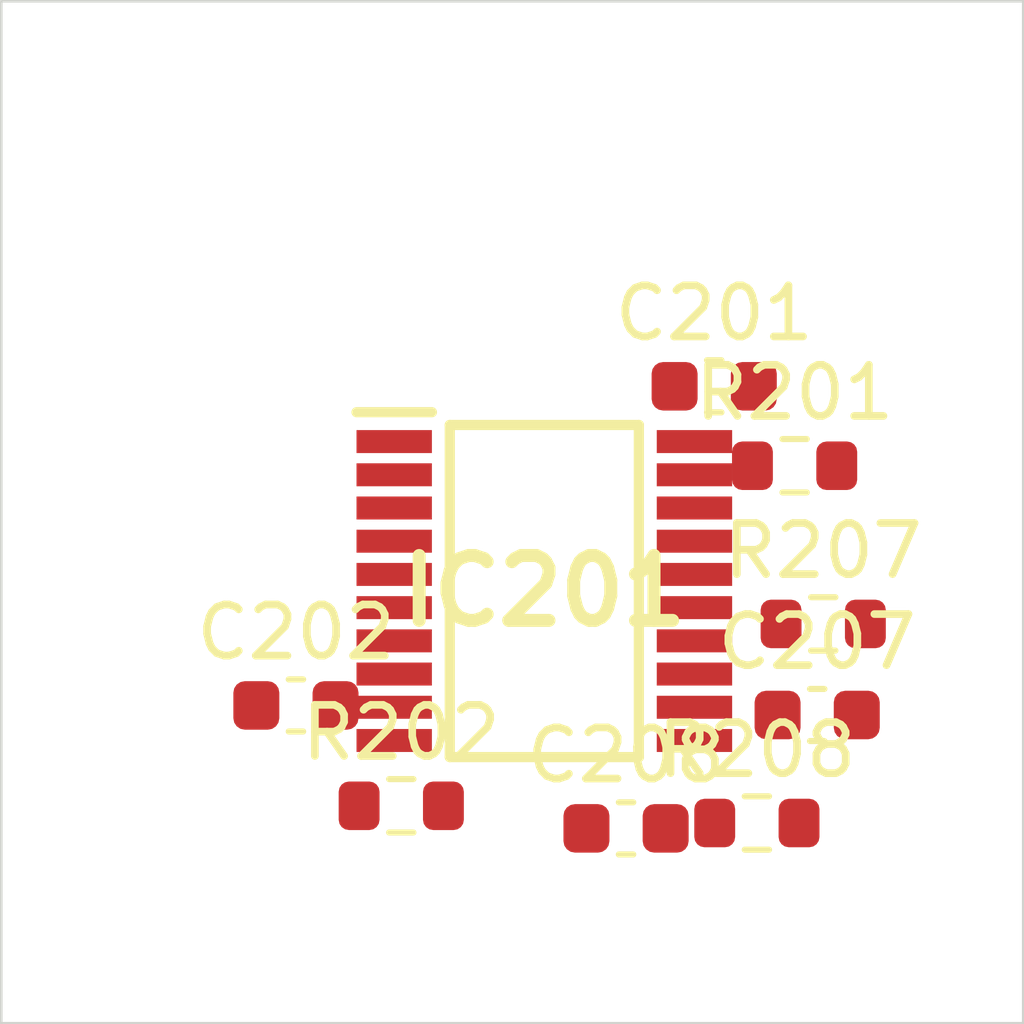
<source format=kicad_pcb>
 ( kicad_pcb  ( version 20171130 )
 ( host pcbnew 5.1.12-84ad8e8a86~92~ubuntu18.04.1 )
 ( general  ( thickness 1.6 )
 ( drawings 4 )
 ( tracks 0 )
 ( zones 0 )
 ( modules 9 )
 ( nets 19 )
)
 ( page A4 )
 ( layers  ( 0 F.Cu signal )
 ( 31 B.Cu signal )
 ( 32 B.Adhes user )
 ( 33 F.Adhes user )
 ( 34 B.Paste user )
 ( 35 F.Paste user )
 ( 36 B.SilkS user )
 ( 37 F.SilkS user )
 ( 38 B.Mask user )
 ( 39 F.Mask user )
 ( 40 Dwgs.User user )
 ( 41 Cmts.User user )
 ( 42 Eco1.User user )
 ( 43 Eco2.User user )
 ( 44 Edge.Cuts user )
 ( 45 Margin user )
 ( 46 B.CrtYd user )
 ( 47 F.CrtYd user )
 ( 48 B.Fab user )
 ( 49 F.Fab user )
)
 ( setup  ( last_trace_width 0.25 )
 ( trace_clearance 0.2 )
 ( zone_clearance 0.508 )
 ( zone_45_only no )
 ( trace_min 0.2 )
 ( via_size 0.8 )
 ( via_drill 0.4 )
 ( via_min_size 0.4 )
 ( via_min_drill 0.3 )
 ( uvia_size 0.3 )
 ( uvia_drill 0.1 )
 ( uvias_allowed no )
 ( uvia_min_size 0.2 )
 ( uvia_min_drill 0.1 )
 ( edge_width 0.05 )
 ( segment_width 0.2 )
 ( pcb_text_width 0.3 )
 ( pcb_text_size 1.5 1.5 )
 ( mod_edge_width 0.12 )
 ( mod_text_size 1 1 )
 ( mod_text_width 0.15 )
 ( pad_size 1.524 1.524 )
 ( pad_drill 0.762 )
 ( pad_to_mask_clearance 0 )
 ( aux_axis_origin 0 0 )
 ( visible_elements FFFFFF7F )
 ( pcbplotparams  ( layerselection 0x010fc_ffffffff )
 ( usegerberextensions false )
 ( usegerberattributes true )
 ( usegerberadvancedattributes true )
 ( creategerberjobfile true )
 ( excludeedgelayer true )
 ( linewidth 0.100000 )
 ( plotframeref false )
 ( viasonmask false )
 ( mode 1 )
 ( useauxorigin false )
 ( hpglpennumber 1 )
 ( hpglpenspeed 20 )
 ( hpglpendiameter 15.000000 )
 ( psnegative false )
 ( psa4output false )
 ( plotreference true )
 ( plotvalue true )
 ( plotinvisibletext false )
 ( padsonsilk false )
 ( subtractmaskfromsilk false )
 ( outputformat 1 )
 ( mirror false )
 ( drillshape 1 )
 ( scaleselection 1 )
 ( outputdirectory "" )
)
)
 ( net 0 "" )
 ( net 1 GND )
 ( net 2 /Sheet6235D886/ch0 )
 ( net 3 /Sheet6235D886/ch1 )
 ( net 4 /Sheet6235D886/ch2 )
 ( net 5 /Sheet6235D886/ch3 )
 ( net 6 /Sheet6235D886/ch4 )
 ( net 7 /Sheet6235D886/ch5 )
 ( net 8 /Sheet6235D886/ch6 )
 ( net 9 /Sheet6235D886/ch7 )
 ( net 10 VDD )
 ( net 11 VDDA )
 ( net 12 /Sheet6235D886/adc_csn )
 ( net 13 /Sheet6235D886/adc_sck )
 ( net 14 /Sheet6235D886/adc_sdi )
 ( net 15 /Sheet6235D886/adc_sdo )
 ( net 16 /Sheet6235D886/vp )
 ( net 17 /Sheet6248AD22/chn0 )
 ( net 18 /Sheet6248AD22/chn3 )
 ( net_class Default "This is the default net class."  ( clearance 0.2 )
 ( trace_width 0.25 )
 ( via_dia 0.8 )
 ( via_drill 0.4 )
 ( uvia_dia 0.3 )
 ( uvia_drill 0.1 )
 ( add_net /Sheet6235D886/adc_csn )
 ( add_net /Sheet6235D886/adc_sck )
 ( add_net /Sheet6235D886/adc_sdi )
 ( add_net /Sheet6235D886/adc_sdo )
 ( add_net /Sheet6235D886/ch0 )
 ( add_net /Sheet6235D886/ch1 )
 ( add_net /Sheet6235D886/ch2 )
 ( add_net /Sheet6235D886/ch3 )
 ( add_net /Sheet6235D886/ch4 )
 ( add_net /Sheet6235D886/ch5 )
 ( add_net /Sheet6235D886/ch6 )
 ( add_net /Sheet6235D886/ch7 )
 ( add_net /Sheet6235D886/vp )
 ( add_net /Sheet6248AD22/chn0 )
 ( add_net /Sheet6248AD22/chn3 )
 ( add_net GND )
 ( add_net VDD )
 ( add_net VDDA )
)
 ( module Capacitor_SMD:C_0603_1608Metric  ( layer F.Cu )
 ( tedit 5F68FEEE )
 ( tstamp 6234222D )
 ( at 93.952700 107.535000 )
 ( descr "Capacitor SMD 0603 (1608 Metric), square (rectangular) end terminal, IPC_7351 nominal, (Body size source: IPC-SM-782 page 76, https://www.pcb-3d.com/wordpress/wp-content/uploads/ipc-sm-782a_amendment_1_and_2.pdf), generated with kicad-footprint-generator" )
 ( tags capacitor )
 ( path /6235D887/623691C5 )
 ( attr smd )
 ( fp_text reference C201  ( at 0 -1.43 )
 ( layer F.SilkS )
 ( effects  ( font  ( size 1 1 )
 ( thickness 0.15 )
)
)
)
 ( fp_text value 0.1uF  ( at 0 1.43 )
 ( layer F.Fab )
 ( effects  ( font  ( size 1 1 )
 ( thickness 0.15 )
)
)
)
 ( fp_line  ( start -0.8 0.4 )
 ( end -0.8 -0.4 )
 ( layer F.Fab )
 ( width 0.1 )
)
 ( fp_line  ( start -0.8 -0.4 )
 ( end 0.8 -0.4 )
 ( layer F.Fab )
 ( width 0.1 )
)
 ( fp_line  ( start 0.8 -0.4 )
 ( end 0.8 0.4 )
 ( layer F.Fab )
 ( width 0.1 )
)
 ( fp_line  ( start 0.8 0.4 )
 ( end -0.8 0.4 )
 ( layer F.Fab )
 ( width 0.1 )
)
 ( fp_line  ( start -0.14058 -0.51 )
 ( end 0.14058 -0.51 )
 ( layer F.SilkS )
 ( width 0.12 )
)
 ( fp_line  ( start -0.14058 0.51 )
 ( end 0.14058 0.51 )
 ( layer F.SilkS )
 ( width 0.12 )
)
 ( fp_line  ( start -1.48 0.73 )
 ( end -1.48 -0.73 )
 ( layer F.CrtYd )
 ( width 0.05 )
)
 ( fp_line  ( start -1.48 -0.73 )
 ( end 1.48 -0.73 )
 ( layer F.CrtYd )
 ( width 0.05 )
)
 ( fp_line  ( start 1.48 -0.73 )
 ( end 1.48 0.73 )
 ( layer F.CrtYd )
 ( width 0.05 )
)
 ( fp_line  ( start 1.48 0.73 )
 ( end -1.48 0.73 )
 ( layer F.CrtYd )
 ( width 0.05 )
)
 ( fp_text user %R  ( at 0 0 )
 ( layer F.Fab )
 ( effects  ( font  ( size 0.4 0.4 )
 ( thickness 0.06 )
)
)
)
 ( pad 2 smd roundrect  ( at 0.775 0 )
 ( size 0.9 0.95 )
 ( layers F.Cu F.Mask F.Paste )
 ( roundrect_rratio 0.25 )
 ( net 1 GND )
)
 ( pad 1 smd roundrect  ( at -0.775 0 )
 ( size 0.9 0.95 )
 ( layers F.Cu F.Mask F.Paste )
 ( roundrect_rratio 0.25 )
 ( net 2 /Sheet6235D886/ch0 )
)
 ( model ${KISYS3DMOD}/Capacitor_SMD.3dshapes/C_0603_1608Metric.wrl  ( at  ( xyz 0 0 0 )
)
 ( scale  ( xyz 1 1 1 )
)
 ( rotate  ( xyz 0 0 0 )
)
)
)
 ( module Capacitor_SMD:C_0603_1608Metric  ( layer F.Cu )
 ( tedit 5F68FEEE )
 ( tstamp 6234223E )
 ( at 85.766900 113.781000 )
 ( descr "Capacitor SMD 0603 (1608 Metric), square (rectangular) end terminal, IPC_7351 nominal, (Body size source: IPC-SM-782 page 76, https://www.pcb-3d.com/wordpress/wp-content/uploads/ipc-sm-782a_amendment_1_and_2.pdf), generated with kicad-footprint-generator" )
 ( tags capacitor )
 ( path /6235D887/62369EE0 )
 ( attr smd )
 ( fp_text reference C202  ( at 0 -1.43 )
 ( layer F.SilkS )
 ( effects  ( font  ( size 1 1 )
 ( thickness 0.15 )
)
)
)
 ( fp_text value 0.1uF  ( at 0 1.43 )
 ( layer F.Fab )
 ( effects  ( font  ( size 1 1 )
 ( thickness 0.15 )
)
)
)
 ( fp_line  ( start 1.48 0.73 )
 ( end -1.48 0.73 )
 ( layer F.CrtYd )
 ( width 0.05 )
)
 ( fp_line  ( start 1.48 -0.73 )
 ( end 1.48 0.73 )
 ( layer F.CrtYd )
 ( width 0.05 )
)
 ( fp_line  ( start -1.48 -0.73 )
 ( end 1.48 -0.73 )
 ( layer F.CrtYd )
 ( width 0.05 )
)
 ( fp_line  ( start -1.48 0.73 )
 ( end -1.48 -0.73 )
 ( layer F.CrtYd )
 ( width 0.05 )
)
 ( fp_line  ( start -0.14058 0.51 )
 ( end 0.14058 0.51 )
 ( layer F.SilkS )
 ( width 0.12 )
)
 ( fp_line  ( start -0.14058 -0.51 )
 ( end 0.14058 -0.51 )
 ( layer F.SilkS )
 ( width 0.12 )
)
 ( fp_line  ( start 0.8 0.4 )
 ( end -0.8 0.4 )
 ( layer F.Fab )
 ( width 0.1 )
)
 ( fp_line  ( start 0.8 -0.4 )
 ( end 0.8 0.4 )
 ( layer F.Fab )
 ( width 0.1 )
)
 ( fp_line  ( start -0.8 -0.4 )
 ( end 0.8 -0.4 )
 ( layer F.Fab )
 ( width 0.1 )
)
 ( fp_line  ( start -0.8 0.4 )
 ( end -0.8 -0.4 )
 ( layer F.Fab )
 ( width 0.1 )
)
 ( fp_text user %R  ( at 0 0 )
 ( layer F.Fab )
 ( effects  ( font  ( size 0.4 0.4 )
 ( thickness 0.06 )
)
)
)
 ( pad 1 smd roundrect  ( at -0.775 0 )
 ( size 0.9 0.95 )
 ( layers F.Cu F.Mask F.Paste )
 ( roundrect_rratio 0.25 )
 ( net 1 GND )
)
 ( pad 2 smd roundrect  ( at 0.775 0 )
 ( size 0.9 0.95 )
 ( layers F.Cu F.Mask F.Paste )
 ( roundrect_rratio 0.25 )
 ( net 3 /Sheet6235D886/ch1 )
)
 ( model ${KISYS3DMOD}/Capacitor_SMD.3dshapes/C_0603_1608Metric.wrl  ( at  ( xyz 0 0 0 )
)
 ( scale  ( xyz 1 1 1 )
)
 ( rotate  ( xyz 0 0 0 )
)
)
)
 ( module Capacitor_SMD:C_0603_1608Metric  ( layer F.Cu )
 ( tedit 5F68FEEE )
 ( tstamp 62342293 )
 ( at 95.967800 113.968000 )
 ( descr "Capacitor SMD 0603 (1608 Metric), square (rectangular) end terminal, IPC_7351 nominal, (Body size source: IPC-SM-782 page 76, https://www.pcb-3d.com/wordpress/wp-content/uploads/ipc-sm-782a_amendment_1_and_2.pdf), generated with kicad-footprint-generator" )
 ( tags capacitor )
 ( path /6235D887/6238B3FE )
 ( attr smd )
 ( fp_text reference C207  ( at 0 -1.43 )
 ( layer F.SilkS )
 ( effects  ( font  ( size 1 1 )
 ( thickness 0.15 )
)
)
)
 ( fp_text value 0.1uF  ( at 0 1.43 )
 ( layer F.Fab )
 ( effects  ( font  ( size 1 1 )
 ( thickness 0.15 )
)
)
)
 ( fp_line  ( start -0.8 0.4 )
 ( end -0.8 -0.4 )
 ( layer F.Fab )
 ( width 0.1 )
)
 ( fp_line  ( start -0.8 -0.4 )
 ( end 0.8 -0.4 )
 ( layer F.Fab )
 ( width 0.1 )
)
 ( fp_line  ( start 0.8 -0.4 )
 ( end 0.8 0.4 )
 ( layer F.Fab )
 ( width 0.1 )
)
 ( fp_line  ( start 0.8 0.4 )
 ( end -0.8 0.4 )
 ( layer F.Fab )
 ( width 0.1 )
)
 ( fp_line  ( start -0.14058 -0.51 )
 ( end 0.14058 -0.51 )
 ( layer F.SilkS )
 ( width 0.12 )
)
 ( fp_line  ( start -0.14058 0.51 )
 ( end 0.14058 0.51 )
 ( layer F.SilkS )
 ( width 0.12 )
)
 ( fp_line  ( start -1.48 0.73 )
 ( end -1.48 -0.73 )
 ( layer F.CrtYd )
 ( width 0.05 )
)
 ( fp_line  ( start -1.48 -0.73 )
 ( end 1.48 -0.73 )
 ( layer F.CrtYd )
 ( width 0.05 )
)
 ( fp_line  ( start 1.48 -0.73 )
 ( end 1.48 0.73 )
 ( layer F.CrtYd )
 ( width 0.05 )
)
 ( fp_line  ( start 1.48 0.73 )
 ( end -1.48 0.73 )
 ( layer F.CrtYd )
 ( width 0.05 )
)
 ( fp_text user %R  ( at 0 0 )
 ( layer F.Fab )
 ( effects  ( font  ( size 0.4 0.4 )
 ( thickness 0.06 )
)
)
)
 ( pad 2 smd roundrect  ( at 0.775 0 )
 ( size 0.9 0.95 )
 ( layers F.Cu F.Mask F.Paste )
 ( roundrect_rratio 0.25 )
 ( net 1 GND )
)
 ( pad 1 smd roundrect  ( at -0.775 0 )
 ( size 0.9 0.95 )
 ( layers F.Cu F.Mask F.Paste )
 ( roundrect_rratio 0.25 )
 ( net 8 /Sheet6235D886/ch6 )
)
 ( model ${KISYS3DMOD}/Capacitor_SMD.3dshapes/C_0603_1608Metric.wrl  ( at  ( xyz 0 0 0 )
)
 ( scale  ( xyz 1 1 1 )
)
 ( rotate  ( xyz 0 0 0 )
)
)
)
 ( module Capacitor_SMD:C_0603_1608Metric  ( layer F.Cu )
 ( tedit 5F68FEEE )
 ( tstamp 623422A4 )
 ( at 92.227400 116.187000 )
 ( descr "Capacitor SMD 0603 (1608 Metric), square (rectangular) end terminal, IPC_7351 nominal, (Body size source: IPC-SM-782 page 76, https://www.pcb-3d.com/wordpress/wp-content/uploads/ipc-sm-782a_amendment_1_and_2.pdf), generated with kicad-footprint-generator" )
 ( tags capacitor )
 ( path /6235D887/6238B404 )
 ( attr smd )
 ( fp_text reference C208  ( at 0 -1.43 )
 ( layer F.SilkS )
 ( effects  ( font  ( size 1 1 )
 ( thickness 0.15 )
)
)
)
 ( fp_text value 0.1uF  ( at 0 1.43 )
 ( layer F.Fab )
 ( effects  ( font  ( size 1 1 )
 ( thickness 0.15 )
)
)
)
 ( fp_line  ( start 1.48 0.73 )
 ( end -1.48 0.73 )
 ( layer F.CrtYd )
 ( width 0.05 )
)
 ( fp_line  ( start 1.48 -0.73 )
 ( end 1.48 0.73 )
 ( layer F.CrtYd )
 ( width 0.05 )
)
 ( fp_line  ( start -1.48 -0.73 )
 ( end 1.48 -0.73 )
 ( layer F.CrtYd )
 ( width 0.05 )
)
 ( fp_line  ( start -1.48 0.73 )
 ( end -1.48 -0.73 )
 ( layer F.CrtYd )
 ( width 0.05 )
)
 ( fp_line  ( start -0.14058 0.51 )
 ( end 0.14058 0.51 )
 ( layer F.SilkS )
 ( width 0.12 )
)
 ( fp_line  ( start -0.14058 -0.51 )
 ( end 0.14058 -0.51 )
 ( layer F.SilkS )
 ( width 0.12 )
)
 ( fp_line  ( start 0.8 0.4 )
 ( end -0.8 0.4 )
 ( layer F.Fab )
 ( width 0.1 )
)
 ( fp_line  ( start 0.8 -0.4 )
 ( end 0.8 0.4 )
 ( layer F.Fab )
 ( width 0.1 )
)
 ( fp_line  ( start -0.8 -0.4 )
 ( end 0.8 -0.4 )
 ( layer F.Fab )
 ( width 0.1 )
)
 ( fp_line  ( start -0.8 0.4 )
 ( end -0.8 -0.4 )
 ( layer F.Fab )
 ( width 0.1 )
)
 ( fp_text user %R  ( at 0 0 )
 ( layer F.Fab )
 ( effects  ( font  ( size 0.4 0.4 )
 ( thickness 0.06 )
)
)
)
 ( pad 1 smd roundrect  ( at -0.775 0 )
 ( size 0.9 0.95 )
 ( layers F.Cu F.Mask F.Paste )
 ( roundrect_rratio 0.25 )
 ( net 1 GND )
)
 ( pad 2 smd roundrect  ( at 0.775 0 )
 ( size 0.9 0.95 )
 ( layers F.Cu F.Mask F.Paste )
 ( roundrect_rratio 0.25 )
 ( net 9 /Sheet6235D886/ch7 )
)
 ( model ${KISYS3DMOD}/Capacitor_SMD.3dshapes/C_0603_1608Metric.wrl  ( at  ( xyz 0 0 0 )
)
 ( scale  ( xyz 1 1 1 )
)
 ( rotate  ( xyz 0 0 0 )
)
)
)
 ( module MCP3564R-E_ST:SOP65P640X120-20N locked  ( layer F.Cu )
 ( tedit 623351C2 )
 ( tstamp 623423D6 )
 ( at 90.628000 111.542000 )
 ( descr "20-Lead Plastic Thin Shrink Small Outline (ST) - 4.4mm body [TSSOP]" )
 ( tags "Integrated Circuit" )
 ( path /6235D887/6235E071 )
 ( attr smd )
 ( fp_text reference IC201  ( at 0 0 )
 ( layer F.SilkS )
 ( effects  ( font  ( size 1.27 1.27 )
 ( thickness 0.254 )
)
)
)
 ( fp_text value MCP3564R-E_ST  ( at 0 0 )
 ( layer F.SilkS )
hide  ( effects  ( font  ( size 1.27 1.27 )
 ( thickness 0.254 )
)
)
)
 ( fp_line  ( start -3.925 -3.55 )
 ( end 3.925 -3.55 )
 ( layer Dwgs.User )
 ( width 0.05 )
)
 ( fp_line  ( start 3.925 -3.55 )
 ( end 3.925 3.55 )
 ( layer Dwgs.User )
 ( width 0.05 )
)
 ( fp_line  ( start 3.925 3.55 )
 ( end -3.925 3.55 )
 ( layer Dwgs.User )
 ( width 0.05 )
)
 ( fp_line  ( start -3.925 3.55 )
 ( end -3.925 -3.55 )
 ( layer Dwgs.User )
 ( width 0.05 )
)
 ( fp_line  ( start -2.2 -3.25 )
 ( end 2.2 -3.25 )
 ( layer Dwgs.User )
 ( width 0.1 )
)
 ( fp_line  ( start 2.2 -3.25 )
 ( end 2.2 3.25 )
 ( layer Dwgs.User )
 ( width 0.1 )
)
 ( fp_line  ( start 2.2 3.25 )
 ( end -2.2 3.25 )
 ( layer Dwgs.User )
 ( width 0.1 )
)
 ( fp_line  ( start -2.2 3.25 )
 ( end -2.2 -3.25 )
 ( layer Dwgs.User )
 ( width 0.1 )
)
 ( fp_line  ( start -2.2 -2.6 )
 ( end -1.55 -3.25 )
 ( layer Dwgs.User )
 ( width 0.1 )
)
 ( fp_line  ( start -1.85 -3.25 )
 ( end 1.85 -3.25 )
 ( layer F.SilkS )
 ( width 0.2 )
)
 ( fp_line  ( start 1.85 -3.25 )
 ( end 1.85 3.25 )
 ( layer F.SilkS )
 ( width 0.2 )
)
 ( fp_line  ( start 1.85 3.25 )
 ( end -1.85 3.25 )
 ( layer F.SilkS )
 ( width 0.2 )
)
 ( fp_line  ( start -1.85 3.25 )
 ( end -1.85 -3.25 )
 ( layer F.SilkS )
 ( width 0.2 )
)
 ( fp_line  ( start -3.675 -3.5 )
 ( end -2.2 -3.5 )
 ( layer F.SilkS )
 ( width 0.2 )
)
 ( pad 1 smd rect  ( at -2.938 -2.925 90.000000 )
 ( size 0.45 1.475 )
 ( layers F.Cu F.Mask F.Paste )
 ( net 11 VDDA )
)
 ( pad 2 smd rect  ( at -2.938 -2.275 90.000000 )
 ( size 0.45 1.475 )
 ( layers F.Cu F.Mask F.Paste )
 ( net 1 GND )
)
 ( pad 3 smd rect  ( at -2.938 -1.625 90.000000 )
 ( size 0.45 1.475 )
 ( layers F.Cu F.Mask F.Paste )
 ( net 1 GND )
)
 ( pad 4 smd rect  ( at -2.938 -0.975 90.000000 )
 ( size 0.45 1.475 )
 ( layers F.Cu F.Mask F.Paste )
)
 ( pad 5 smd rect  ( at -2.938 -0.325 90.000000 )
 ( size 0.45 1.475 )
 ( layers F.Cu F.Mask F.Paste )
 ( net 2 /Sheet6235D886/ch0 )
)
 ( pad 6 smd rect  ( at -2.938 0.325 90.000000 )
 ( size 0.45 1.475 )
 ( layers F.Cu F.Mask F.Paste )
 ( net 3 /Sheet6235D886/ch1 )
)
 ( pad 7 smd rect  ( at -2.938 0.975 90.000000 )
 ( size 0.45 1.475 )
 ( layers F.Cu F.Mask F.Paste )
 ( net 4 /Sheet6235D886/ch2 )
)
 ( pad 8 smd rect  ( at -2.938 1.625 90.000000 )
 ( size 0.45 1.475 )
 ( layers F.Cu F.Mask F.Paste )
 ( net 5 /Sheet6235D886/ch3 )
)
 ( pad 9 smd rect  ( at -2.938 2.275 90.000000 )
 ( size 0.45 1.475 )
 ( layers F.Cu F.Mask F.Paste )
 ( net 6 /Sheet6235D886/ch4 )
)
 ( pad 10 smd rect  ( at -2.938 2.925 90.000000 )
 ( size 0.45 1.475 )
 ( layers F.Cu F.Mask F.Paste )
 ( net 7 /Sheet6235D886/ch5 )
)
 ( pad 11 smd rect  ( at 2.938 2.925 90.000000 )
 ( size 0.45 1.475 )
 ( layers F.Cu F.Mask F.Paste )
 ( net 8 /Sheet6235D886/ch6 )
)
 ( pad 12 smd rect  ( at 2.938 2.275 90.000000 )
 ( size 0.45 1.475 )
 ( layers F.Cu F.Mask F.Paste )
 ( net 9 /Sheet6235D886/ch7 )
)
 ( pad 13 smd rect  ( at 2.938 1.625 90.000000 )
 ( size 0.45 1.475 )
 ( layers F.Cu F.Mask F.Paste )
 ( net 12 /Sheet6235D886/adc_csn )
)
 ( pad 14 smd rect  ( at 2.938 0.975 90.000000 )
 ( size 0.45 1.475 )
 ( layers F.Cu F.Mask F.Paste )
 ( net 13 /Sheet6235D886/adc_sck )
)
 ( pad 15 smd rect  ( at 2.938 0.325 90.000000 )
 ( size 0.45 1.475 )
 ( layers F.Cu F.Mask F.Paste )
 ( net 14 /Sheet6235D886/adc_sdi )
)
 ( pad 16 smd rect  ( at 2.938 -0.325 90.000000 )
 ( size 0.45 1.475 )
 ( layers F.Cu F.Mask F.Paste )
 ( net 15 /Sheet6235D886/adc_sdo )
)
 ( pad 17 smd rect  ( at 2.938 -0.975 90.000000 )
 ( size 0.45 1.475 )
 ( layers F.Cu F.Mask F.Paste )
)
 ( pad 18 smd rect  ( at 2.938 -1.625 90.000000 )
 ( size 0.45 1.475 )
 ( layers F.Cu F.Mask F.Paste )
)
 ( pad 19 smd rect  ( at 2.938 -2.275 90.000000 )
 ( size 0.45 1.475 )
 ( layers F.Cu F.Mask F.Paste )
 ( net 1 GND )
)
 ( pad 20 smd rect  ( at 2.938 -2.925 90.000000 )
 ( size 0.45 1.475 )
 ( layers F.Cu F.Mask F.Paste )
 ( net 10 VDD )
)
)
 ( module Resistor_SMD:R_0603_1608Metric  ( layer F.Cu )
 ( tedit 5F68FEEE )
 ( tstamp 6234250D )
 ( at 95.526100 109.090000 )
 ( descr "Resistor SMD 0603 (1608 Metric), square (rectangular) end terminal, IPC_7351 nominal, (Body size source: IPC-SM-782 page 72, https://www.pcb-3d.com/wordpress/wp-content/uploads/ipc-sm-782a_amendment_1_and_2.pdf), generated with kicad-footprint-generator" )
 ( tags resistor )
 ( path /6235D887/623641B7 )
 ( attr smd )
 ( fp_text reference R201  ( at 0 -1.43 )
 ( layer F.SilkS )
 ( effects  ( font  ( size 1 1 )
 ( thickness 0.15 )
)
)
)
 ( fp_text value 1k  ( at 0 1.43 )
 ( layer F.Fab )
 ( effects  ( font  ( size 1 1 )
 ( thickness 0.15 )
)
)
)
 ( fp_line  ( start -0.8 0.4125 )
 ( end -0.8 -0.4125 )
 ( layer F.Fab )
 ( width 0.1 )
)
 ( fp_line  ( start -0.8 -0.4125 )
 ( end 0.8 -0.4125 )
 ( layer F.Fab )
 ( width 0.1 )
)
 ( fp_line  ( start 0.8 -0.4125 )
 ( end 0.8 0.4125 )
 ( layer F.Fab )
 ( width 0.1 )
)
 ( fp_line  ( start 0.8 0.4125 )
 ( end -0.8 0.4125 )
 ( layer F.Fab )
 ( width 0.1 )
)
 ( fp_line  ( start -0.237258 -0.5225 )
 ( end 0.237258 -0.5225 )
 ( layer F.SilkS )
 ( width 0.12 )
)
 ( fp_line  ( start -0.237258 0.5225 )
 ( end 0.237258 0.5225 )
 ( layer F.SilkS )
 ( width 0.12 )
)
 ( fp_line  ( start -1.48 0.73 )
 ( end -1.48 -0.73 )
 ( layer F.CrtYd )
 ( width 0.05 )
)
 ( fp_line  ( start -1.48 -0.73 )
 ( end 1.48 -0.73 )
 ( layer F.CrtYd )
 ( width 0.05 )
)
 ( fp_line  ( start 1.48 -0.73 )
 ( end 1.48 0.73 )
 ( layer F.CrtYd )
 ( width 0.05 )
)
 ( fp_line  ( start 1.48 0.73 )
 ( end -1.48 0.73 )
 ( layer F.CrtYd )
 ( width 0.05 )
)
 ( fp_text user %R  ( at 0 0 )
 ( layer F.Fab )
 ( effects  ( font  ( size 0.4 0.4 )
 ( thickness 0.06 )
)
)
)
 ( pad 2 smd roundrect  ( at 0.825 0 )
 ( size 0.8 0.95 )
 ( layers F.Cu F.Mask F.Paste )
 ( roundrect_rratio 0.25 )
 ( net 16 /Sheet6235D886/vp )
)
 ( pad 1 smd roundrect  ( at -0.825 0 )
 ( size 0.8 0.95 )
 ( layers F.Cu F.Mask F.Paste )
 ( roundrect_rratio 0.25 )
 ( net 2 /Sheet6235D886/ch0 )
)
 ( model ${KISYS3DMOD}/Resistor_SMD.3dshapes/R_0603_1608Metric.wrl  ( at  ( xyz 0 0 0 )
)
 ( scale  ( xyz 1 1 1 )
)
 ( rotate  ( xyz 0 0 0 )
)
)
)
 ( module Resistor_SMD:R_0603_1608Metric  ( layer F.Cu )
 ( tedit 5F68FEEE )
 ( tstamp 6234251E )
 ( at 87.828200 115.745000 )
 ( descr "Resistor SMD 0603 (1608 Metric), square (rectangular) end terminal, IPC_7351 nominal, (Body size source: IPC-SM-782 page 72, https://www.pcb-3d.com/wordpress/wp-content/uploads/ipc-sm-782a_amendment_1_and_2.pdf), generated with kicad-footprint-generator" )
 ( tags resistor )
 ( path /6235D887/6236A646 )
 ( attr smd )
 ( fp_text reference R202  ( at 0 -1.43 )
 ( layer F.SilkS )
 ( effects  ( font  ( size 1 1 )
 ( thickness 0.15 )
)
)
)
 ( fp_text value 1k  ( at 0 1.43 )
 ( layer F.Fab )
 ( effects  ( font  ( size 1 1 )
 ( thickness 0.15 )
)
)
)
 ( fp_line  ( start 1.48 0.73 )
 ( end -1.48 0.73 )
 ( layer F.CrtYd )
 ( width 0.05 )
)
 ( fp_line  ( start 1.48 -0.73 )
 ( end 1.48 0.73 )
 ( layer F.CrtYd )
 ( width 0.05 )
)
 ( fp_line  ( start -1.48 -0.73 )
 ( end 1.48 -0.73 )
 ( layer F.CrtYd )
 ( width 0.05 )
)
 ( fp_line  ( start -1.48 0.73 )
 ( end -1.48 -0.73 )
 ( layer F.CrtYd )
 ( width 0.05 )
)
 ( fp_line  ( start -0.237258 0.5225 )
 ( end 0.237258 0.5225 )
 ( layer F.SilkS )
 ( width 0.12 )
)
 ( fp_line  ( start -0.237258 -0.5225 )
 ( end 0.237258 -0.5225 )
 ( layer F.SilkS )
 ( width 0.12 )
)
 ( fp_line  ( start 0.8 0.4125 )
 ( end -0.8 0.4125 )
 ( layer F.Fab )
 ( width 0.1 )
)
 ( fp_line  ( start 0.8 -0.4125 )
 ( end 0.8 0.4125 )
 ( layer F.Fab )
 ( width 0.1 )
)
 ( fp_line  ( start -0.8 -0.4125 )
 ( end 0.8 -0.4125 )
 ( layer F.Fab )
 ( width 0.1 )
)
 ( fp_line  ( start -0.8 0.4125 )
 ( end -0.8 -0.4125 )
 ( layer F.Fab )
 ( width 0.1 )
)
 ( fp_text user %R  ( at 0 0 )
 ( layer F.Fab )
 ( effects  ( font  ( size 0.4 0.4 )
 ( thickness 0.06 )
)
)
)
 ( pad 1 smd roundrect  ( at -0.825 0 )
 ( size 0.8 0.95 )
 ( layers F.Cu F.Mask F.Paste )
 ( roundrect_rratio 0.25 )
 ( net 3 /Sheet6235D886/ch1 )
)
 ( pad 2 smd roundrect  ( at 0.825 0 )
 ( size 0.8 0.95 )
 ( layers F.Cu F.Mask F.Paste )
 ( roundrect_rratio 0.25 )
 ( net 17 /Sheet6248AD22/chn0 )
)
 ( model ${KISYS3DMOD}/Resistor_SMD.3dshapes/R_0603_1608Metric.wrl  ( at  ( xyz 0 0 0 )
)
 ( scale  ( xyz 1 1 1 )
)
 ( rotate  ( xyz 0 0 0 )
)
)
)
 ( module Resistor_SMD:R_0603_1608Metric  ( layer F.Cu )
 ( tedit 5F68FEEE )
 ( tstamp 62342573 )
 ( at 96.086300 112.186000 )
 ( descr "Resistor SMD 0603 (1608 Metric), square (rectangular) end terminal, IPC_7351 nominal, (Body size source: IPC-SM-782 page 72, https://www.pcb-3d.com/wordpress/wp-content/uploads/ipc-sm-782a_amendment_1_and_2.pdf), generated with kicad-footprint-generator" )
 ( tags resistor )
 ( path /6235D887/6238B3F8 )
 ( attr smd )
 ( fp_text reference R207  ( at 0 -1.43 )
 ( layer F.SilkS )
 ( effects  ( font  ( size 1 1 )
 ( thickness 0.15 )
)
)
)
 ( fp_text value 1k  ( at 0 1.43 )
 ( layer F.Fab )
 ( effects  ( font  ( size 1 1 )
 ( thickness 0.15 )
)
)
)
 ( fp_line  ( start -0.8 0.4125 )
 ( end -0.8 -0.4125 )
 ( layer F.Fab )
 ( width 0.1 )
)
 ( fp_line  ( start -0.8 -0.4125 )
 ( end 0.8 -0.4125 )
 ( layer F.Fab )
 ( width 0.1 )
)
 ( fp_line  ( start 0.8 -0.4125 )
 ( end 0.8 0.4125 )
 ( layer F.Fab )
 ( width 0.1 )
)
 ( fp_line  ( start 0.8 0.4125 )
 ( end -0.8 0.4125 )
 ( layer F.Fab )
 ( width 0.1 )
)
 ( fp_line  ( start -0.237258 -0.5225 )
 ( end 0.237258 -0.5225 )
 ( layer F.SilkS )
 ( width 0.12 )
)
 ( fp_line  ( start -0.237258 0.5225 )
 ( end 0.237258 0.5225 )
 ( layer F.SilkS )
 ( width 0.12 )
)
 ( fp_line  ( start -1.48 0.73 )
 ( end -1.48 -0.73 )
 ( layer F.CrtYd )
 ( width 0.05 )
)
 ( fp_line  ( start -1.48 -0.73 )
 ( end 1.48 -0.73 )
 ( layer F.CrtYd )
 ( width 0.05 )
)
 ( fp_line  ( start 1.48 -0.73 )
 ( end 1.48 0.73 )
 ( layer F.CrtYd )
 ( width 0.05 )
)
 ( fp_line  ( start 1.48 0.73 )
 ( end -1.48 0.73 )
 ( layer F.CrtYd )
 ( width 0.05 )
)
 ( fp_text user %R  ( at 0 0 )
 ( layer F.Fab )
 ( effects  ( font  ( size 0.4 0.4 )
 ( thickness 0.06 )
)
)
)
 ( pad 2 smd roundrect  ( at 0.825 0 )
 ( size 0.8 0.95 )
 ( layers F.Cu F.Mask F.Paste )
 ( roundrect_rratio 0.25 )
 ( net 16 /Sheet6235D886/vp )
)
 ( pad 1 smd roundrect  ( at -0.825 0 )
 ( size 0.8 0.95 )
 ( layers F.Cu F.Mask F.Paste )
 ( roundrect_rratio 0.25 )
 ( net 8 /Sheet6235D886/ch6 )
)
 ( model ${KISYS3DMOD}/Resistor_SMD.3dshapes/R_0603_1608Metric.wrl  ( at  ( xyz 0 0 0 )
)
 ( scale  ( xyz 1 1 1 )
)
 ( rotate  ( xyz 0 0 0 )
)
)
)
 ( module Resistor_SMD:R_0603_1608Metric  ( layer F.Cu )
 ( tedit 5F68FEEE )
 ( tstamp 62342584 )
 ( at 94.787800 116.082000 )
 ( descr "Resistor SMD 0603 (1608 Metric), square (rectangular) end terminal, IPC_7351 nominal, (Body size source: IPC-SM-782 page 72, https://www.pcb-3d.com/wordpress/wp-content/uploads/ipc-sm-782a_amendment_1_and_2.pdf), generated with kicad-footprint-generator" )
 ( tags resistor )
 ( path /6235D887/6238B40A )
 ( attr smd )
 ( fp_text reference R208  ( at 0 -1.43 )
 ( layer F.SilkS )
 ( effects  ( font  ( size 1 1 )
 ( thickness 0.15 )
)
)
)
 ( fp_text value 1k  ( at 0 1.43 )
 ( layer F.Fab )
 ( effects  ( font  ( size 1 1 )
 ( thickness 0.15 )
)
)
)
 ( fp_line  ( start 1.48 0.73 )
 ( end -1.48 0.73 )
 ( layer F.CrtYd )
 ( width 0.05 )
)
 ( fp_line  ( start 1.48 -0.73 )
 ( end 1.48 0.73 )
 ( layer F.CrtYd )
 ( width 0.05 )
)
 ( fp_line  ( start -1.48 -0.73 )
 ( end 1.48 -0.73 )
 ( layer F.CrtYd )
 ( width 0.05 )
)
 ( fp_line  ( start -1.48 0.73 )
 ( end -1.48 -0.73 )
 ( layer F.CrtYd )
 ( width 0.05 )
)
 ( fp_line  ( start -0.237258 0.5225 )
 ( end 0.237258 0.5225 )
 ( layer F.SilkS )
 ( width 0.12 )
)
 ( fp_line  ( start -0.237258 -0.5225 )
 ( end 0.237258 -0.5225 )
 ( layer F.SilkS )
 ( width 0.12 )
)
 ( fp_line  ( start 0.8 0.4125 )
 ( end -0.8 0.4125 )
 ( layer F.Fab )
 ( width 0.1 )
)
 ( fp_line  ( start 0.8 -0.4125 )
 ( end 0.8 0.4125 )
 ( layer F.Fab )
 ( width 0.1 )
)
 ( fp_line  ( start -0.8 -0.4125 )
 ( end 0.8 -0.4125 )
 ( layer F.Fab )
 ( width 0.1 )
)
 ( fp_line  ( start -0.8 0.4125 )
 ( end -0.8 -0.4125 )
 ( layer F.Fab )
 ( width 0.1 )
)
 ( fp_text user %R  ( at 0 0 )
 ( layer F.Fab )
 ( effects  ( font  ( size 0.4 0.4 )
 ( thickness 0.06 )
)
)
)
 ( pad 1 smd roundrect  ( at -0.825 0 )
 ( size 0.8 0.95 )
 ( layers F.Cu F.Mask F.Paste )
 ( roundrect_rratio 0.25 )
 ( net 9 /Sheet6235D886/ch7 )
)
 ( pad 2 smd roundrect  ( at 0.825 0 )
 ( size 0.8 0.95 )
 ( layers F.Cu F.Mask F.Paste )
 ( roundrect_rratio 0.25 )
 ( net 18 /Sheet6248AD22/chn3 )
)
 ( model ${KISYS3DMOD}/Resistor_SMD.3dshapes/R_0603_1608Metric.wrl  ( at  ( xyz 0 0 0 )
)
 ( scale  ( xyz 1 1 1 )
)
 ( rotate  ( xyz 0 0 0 )
)
)
)
 ( gr_line  ( start 100 100 )
 ( end 100 120 )
 ( layer Edge.Cuts )
 ( width 0.05 )
 ( tstamp 62E770C4 )
)
 ( gr_line  ( start 80 120 )
 ( end 100 120 )
 ( layer Edge.Cuts )
 ( width 0.05 )
 ( tstamp 62E770C0 )
)
 ( gr_line  ( start 80 100 )
 ( end 100 100 )
 ( layer Edge.Cuts )
 ( width 0.05 )
 ( tstamp 6234110C )
)
 ( gr_line  ( start 80 100 )
 ( end 80 120 )
 ( layer Edge.Cuts )
 ( width 0.05 )
)
)

</source>
